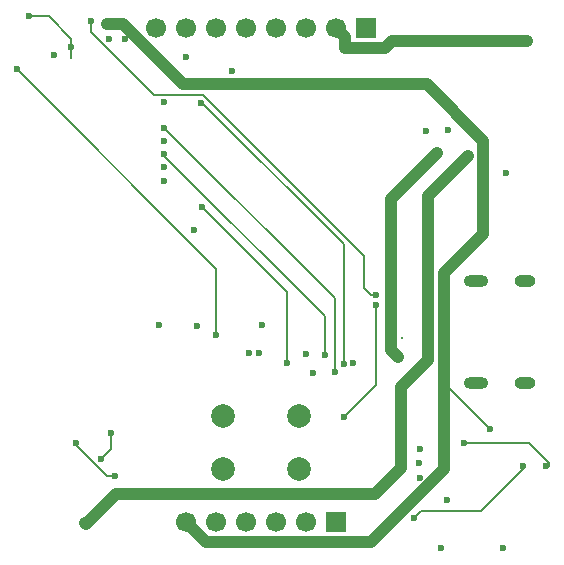
<source format=gbr>
%TF.GenerationSoftware,KiCad,Pcbnew,9.0.1*%
%TF.CreationDate,2025-09-03T21:59:16+02:00*%
%TF.ProjectId,cartouche v1,63617274-6f75-4636-9865-2076312e6b69,rev?*%
%TF.SameCoordinates,Original*%
%TF.FileFunction,Copper,L4,Bot*%
%TF.FilePolarity,Positive*%
%FSLAX46Y46*%
G04 Gerber Fmt 4.6, Leading zero omitted, Abs format (unit mm)*
G04 Created by KiCad (PCBNEW 9.0.1) date 2025-09-03 21:59:16*
%MOMM*%
%LPD*%
G01*
G04 APERTURE LIST*
%TA.AperFunction,ComponentPad*%
%ADD10C,2.000000*%
%TD*%
%TA.AperFunction,ComponentPad*%
%ADD11R,1.700000X1.700000*%
%TD*%
%TA.AperFunction,ComponentPad*%
%ADD12C,1.700000*%
%TD*%
%TA.AperFunction,HeatsinkPad*%
%ADD13O,2.100000X1.000000*%
%TD*%
%TA.AperFunction,HeatsinkPad*%
%ADD14O,1.800000X1.000000*%
%TD*%
%TA.AperFunction,ViaPad*%
%ADD15C,0.600000*%
%TD*%
%TA.AperFunction,ViaPad*%
%ADD16C,0.300000*%
%TD*%
%TA.AperFunction,Conductor*%
%ADD17C,0.200000*%
%TD*%
%TA.AperFunction,Conductor*%
%ADD18C,1.000000*%
%TD*%
G04 APERTURE END LIST*
D10*
%TO.P,S1,1,1*%
%TO.N,Net-(R3-Pad2)*%
X147024999Y-114150000D03*
X153524999Y-114150000D03*
%TO.P,S1,2,2*%
%TO.N,GND*%
X147024999Y-118650000D03*
X153524999Y-118650000D03*
%TD*%
D11*
%TO.P,U4,1,GND*%
%TO.N,GND*%
X159164999Y-81300000D03*
D12*
%TO.P,U4,2,VCC*%
%TO.N,Vout3v3*%
X156624999Y-81300000D03*
%TO.P,U4,3,SCL*%
%TO.N,SPI SCK*%
X154084999Y-81300000D03*
%TO.P,U4,4,SDA*%
%TO.N,SPI MOSI*%
X151544999Y-81300000D03*
%TO.P,U4,5,RES*%
%TO.N,Net-(U4-RES)*%
X149004999Y-81300000D03*
%TO.P,U4,6,DC*%
%TO.N,\u00C9cran D{slash}C*%
X146464999Y-81300000D03*
%TO.P,U4,7,CS*%
%TO.N,Net-(U4-CS)*%
X143924999Y-81300000D03*
%TO.P,U4,8,BLK*%
%TO.N,Vout3v3*%
X141384999Y-81300000D03*
%TD*%
D11*
%TO.P,J2,1,Pin_1*%
%TO.N,GND*%
X156624999Y-123100000D03*
D12*
%TO.P,J2,2,Pin_2*%
%TO.N,CS Console*%
X154084999Y-123100000D03*
%TO.P,J2,3,Pin_3*%
%TO.N,SPI MOSI*%
X151544999Y-123100000D03*
%TO.P,J2,4,Pin_4*%
%TO.N,SPI MISO*%
X149004999Y-123100000D03*
%TO.P,J2,5,Pin_5*%
%TO.N,SPI SCK*%
X146464999Y-123100000D03*
%TO.P,J2,6,Pin_6*%
%TO.N,+5V*%
X143924999Y-123100000D03*
%TD*%
D13*
%TO.P,USB-C,S1,SHIELD*%
%TO.N,GND*%
X168485000Y-111370000D03*
D14*
X172665000Y-111370000D03*
D13*
X168485000Y-102730000D03*
D14*
X172665000Y-102730000D03*
%TD*%
D15*
%TO.N,Net-(U_TC4056A1-STDBY)*%
X137400000Y-82202767D03*
%TO.N,Net-(U_TC4056A1-CHRG)*%
X138800000Y-82200000D03*
%TO.N,Net-(Q1-S)*%
X166150000Y-89950000D03*
X171050000Y-93550000D03*
%TO.N,Vout3v3*%
X168300000Y-82400000D03*
X172800000Y-82360000D03*
%TO.N,+5V*%
X166050000Y-121250000D03*
%TO.N,3v3*%
X134612500Y-116387500D03*
X137900000Y-119200000D03*
%TO.N,GND*%
X165500000Y-125300000D03*
X142087500Y-90850000D03*
D16*
X162200000Y-107500000D03*
D15*
%TO.N,OUT+*%
X141600000Y-106400000D03*
X165200000Y-91875000D03*
X163700000Y-116900000D03*
X170800000Y-125300000D03*
%TO.N,+5V*%
X137200000Y-80900000D03*
X169700000Y-115200000D03*
%TO.N,Vout3v3*%
X142100000Y-93050000D03*
X130600000Y-80300000D03*
X134225000Y-82900000D03*
X144600000Y-98400000D03*
%TO.N,Vin*%
X135400000Y-123200000D03*
X164250000Y-90000000D03*
X167800000Y-92100000D03*
%TO.N,Net-(U_polux1-VAUX)*%
X136700000Y-117800000D03*
X137600000Y-115600000D03*
%TO.N,SPI MOSI*%
X142100000Y-94200000D03*
X154700000Y-110500000D03*
%TO.N,SPI MISO*%
X142087500Y-89750000D03*
X156500000Y-110400000D03*
%TO.N,SPI SCK*%
X142087500Y-91950000D03*
X155700000Y-109000000D03*
%TO.N,CS Console*%
X154100000Y-108900000D03*
%TO.N,LEDrgb*%
X160000000Y-103900000D03*
X135900000Y-80700000D03*
%TO.N,Net-(Q3-G2)*%
X167500000Y-116400000D03*
X174400000Y-118362500D03*
%TO.N,Net-(Q3-G1)*%
X163200000Y-122800000D03*
X172500000Y-118362500D03*
%TO.N,Net-(U_TC4056A1-CHRG)*%
X163700000Y-119356348D03*
%TO.N,Net-(U_TC4056A1-STDBY)*%
X163678652Y-118065000D03*
%TO.N,CS_sdcard*%
X145300000Y-96400000D03*
X152500000Y-109600000D03*
%TO.N,CD*%
X157300000Y-109700000D03*
X145200000Y-87600000D03*
%TO.N,Boot Mode Select*%
X132725000Y-83550000D03*
X158100000Y-109600000D03*
%TO.N,Net-(U4-CS)*%
X143900000Y-83700000D03*
%TO.N,CS \u00C9cran*%
X147800000Y-84900000D03*
X150100000Y-108800000D03*
%TO.N,Net-(U4-RES)*%
X144900000Y-106500000D03*
X150400000Y-106400000D03*
%TO.N,SW-reset*%
X129615472Y-84755913D03*
X146500000Y-107300000D03*
%TO.N,SW-1*%
X160000000Y-104700000D03*
X157300000Y-114200000D03*
%TO.N,Net-(U3-CD)*%
X142087500Y-87550000D03*
%TO.N,\u00C9cran D{slash}C*%
X149300000Y-108800000D03*
X149300000Y-108800000D03*
X149300000Y-108800000D03*
%TO.N,OUT+*%
X161900000Y-109100000D03*
%TO.N,+5V*%
X165750000Y-102050000D03*
%TD*%
D17*
%TO.N,Net-(Q3-G1)*%
X172500000Y-118362500D02*
X172500000Y-118586152D01*
X168886152Y-122200000D02*
X163800000Y-122200000D01*
X172500000Y-118586152D02*
X168886152Y-122200000D01*
X163800000Y-122200000D02*
X163200000Y-122800000D01*
D18*
%TO.N,Vout3v3*%
X156624999Y-81300000D02*
X156600000Y-81324999D01*
X160800000Y-82950000D02*
X157350000Y-82950000D01*
X168300000Y-82400000D02*
X161350000Y-82400000D01*
X161350000Y-82400000D02*
X160800000Y-82950000D01*
X157350000Y-82950000D02*
X157350000Y-82025001D01*
X157350000Y-82025001D02*
X156624999Y-81300000D01*
X168300000Y-82400000D02*
X172760000Y-82400000D01*
X172760000Y-82400000D02*
X172800000Y-82360000D01*
%TO.N,+5V*%
X165750000Y-102050000D02*
X169100000Y-98700000D01*
X169100000Y-98700000D02*
X169100000Y-90800000D01*
X138550057Y-80900000D02*
X137200000Y-80900000D01*
X169100000Y-90800000D02*
X164301000Y-86001000D01*
X164301000Y-86001000D02*
X143651057Y-86001000D01*
X143651057Y-86001000D02*
X138550057Y-80900000D01*
X165800000Y-103350000D02*
X165800000Y-102100000D01*
X165800000Y-102100000D02*
X165750000Y-102050000D01*
X143924999Y-123100000D02*
X145624999Y-124800000D01*
X145624999Y-124800000D02*
X159600000Y-124800000D01*
X159600000Y-124800000D02*
X165800000Y-118600000D01*
X165800000Y-118600000D02*
X165800000Y-103350000D01*
%TO.N,Vin*%
X135400000Y-123200000D02*
X135450000Y-123250000D01*
X135450000Y-123250000D02*
X138000000Y-120700000D01*
X138000000Y-120700000D02*
X159900000Y-120700000D01*
X164400000Y-109400000D02*
X164400000Y-95500000D01*
X159900000Y-120700000D02*
X162100000Y-118500000D01*
X162100000Y-118500000D02*
X162100000Y-111700000D01*
X162100000Y-111700000D02*
X164400000Y-109400000D01*
X164400000Y-95500000D02*
X167800000Y-92100000D01*
D17*
%TO.N,+5V*%
X165800000Y-103350000D02*
X165800000Y-111300000D01*
X165800000Y-111300000D02*
X169700000Y-115200000D01*
D18*
%TO.N,OUT+*%
X161900000Y-109100000D02*
X161300000Y-108500000D01*
X161300000Y-108500000D02*
X161300000Y-95775000D01*
X161300000Y-95775000D02*
X165200000Y-91875000D01*
D17*
%TO.N,3v3*%
X137900000Y-119200000D02*
X137250057Y-119200000D01*
X137250057Y-119200000D02*
X134612500Y-116562443D01*
X134612500Y-116562443D02*
X134612500Y-116387500D01*
%TO.N,Vout3v3*%
X134150000Y-82975000D02*
X134150000Y-83800000D01*
X134225000Y-82225000D02*
X132300000Y-80300000D01*
X134225000Y-82900000D02*
X134150000Y-82975000D01*
X134225000Y-82900000D02*
X134225000Y-82225000D01*
X132300000Y-80300000D02*
X130600000Y-80300000D01*
%TO.N,Net-(U_polux1-VAUX)*%
X137600000Y-116900000D02*
X136700000Y-117800000D01*
X137600000Y-115600000D02*
X137600000Y-116900000D01*
%TO.N,SPI MISO*%
X142087500Y-89750000D02*
X156500000Y-104162500D01*
X156500000Y-104162500D02*
X156500000Y-110400000D01*
%TO.N,SPI SCK*%
X142087500Y-91950000D02*
X142050000Y-91950000D01*
X155700000Y-105700000D02*
X155700000Y-109000000D01*
X142050000Y-91950000D02*
X142000000Y-92000000D01*
X142000000Y-92000000D02*
X155700000Y-105700000D01*
%TO.N,LEDrgb*%
X141193522Y-86949000D02*
X145398943Y-86949000D01*
X159600000Y-103900000D02*
X160000000Y-103900000D01*
X159000000Y-103300000D02*
X159600000Y-103900000D01*
X159000000Y-100550057D02*
X159000000Y-103300000D01*
X135900000Y-81655478D02*
X141193522Y-86949000D01*
X135900000Y-80700000D02*
X135900000Y-81655478D01*
X145398943Y-86949000D02*
X159000000Y-100550057D01*
%TO.N,Net-(Q3-G2)*%
X173000000Y-116400000D02*
X174673999Y-118073999D01*
X174673999Y-118073999D02*
X174673999Y-118400000D01*
X167500000Y-116400000D02*
X173000000Y-116400000D01*
%TO.N,CS_sdcard*%
X152500000Y-108900000D02*
X152500000Y-109600000D01*
X145300000Y-96400000D02*
X152500000Y-103600000D01*
X152500000Y-103600000D02*
X152500000Y-108900000D01*
%TO.N,CD*%
X145300000Y-87600000D02*
X157300000Y-99600000D01*
X145200000Y-87600000D02*
X145300000Y-87600000D01*
X157300000Y-99600000D02*
X157300000Y-109700000D01*
%TO.N,SW-reset*%
X146500000Y-106500000D02*
X146500000Y-107300000D01*
X129615472Y-84755913D02*
X146500000Y-101640441D01*
X146500000Y-101640441D02*
X146500000Y-106500000D01*
%TO.N,SW-1*%
X157300000Y-114200000D02*
X160000000Y-111500000D01*
X160000000Y-111500000D02*
X160000000Y-104700000D01*
%TD*%
M02*

</source>
